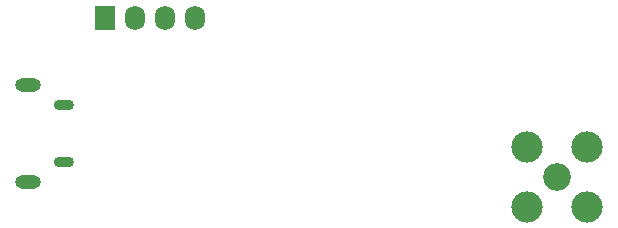
<source format=gbs>
G04*
G04 #@! TF.GenerationSoftware,Altium Limited,Altium Designer,22.2.1 (43)*
G04*
G04 Layer_Color=16711935*
%FSLAX25Y25*%
%MOIN*%
G70*
G04*
G04 #@! TF.SameCoordinates,F9679001-C221-457E-AD06-5865B11B1ABB*
G04*
G04*
G04 #@! TF.FilePolarity,Negative*
G04*
G01*
G75*
%ADD60C,0.09252*%
%ADD61C,0.10433*%
%ADD62O,0.06693X0.03543*%
%ADD63O,0.08661X0.04528*%
%ADD64R,0.06693X0.08268*%
%ADD65O,0.06693X0.08268*%
D60*
X184547Y16367D02*
D03*
D61*
X194547Y26367D02*
D03*
Y6367D02*
D03*
X174547D02*
D03*
Y26367D02*
D03*
D62*
X20098Y40481D02*
D03*
Y21387D02*
D03*
D63*
X7972Y14792D02*
D03*
Y47076D02*
D03*
D64*
X33740Y69418D02*
D03*
D65*
X43740D02*
D03*
X53740D02*
D03*
X63740D02*
D03*
M02*

</source>
